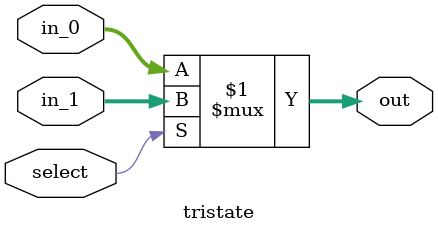
<source format=v>
module tristate #(parameter BIT_WIDTH = 8)(
    input select,
    input [BIT_WIDTH - 1:0] in_1,
    input [BIT_WIDTH - 1:0] in_0,
    output [BIT_WIDTH - 1:0] out
);

    assign out = select ? in_1 : in_0;

endmodule
</source>
